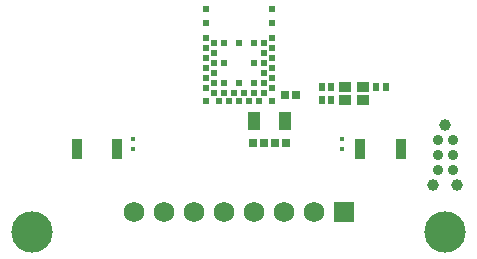
<source format=gts>
G04*
G04 #@! TF.GenerationSoftware,Altium Limited,Altium Designer,21.6.4 (81)*
G04*
G04 Layer_Color=8388736*
%FSLAX44Y44*%
%MOMM*%
G71*
G04*
G04 #@! TF.SameCoordinates,6379334F-7AA2-413A-8348-2233F6679C20*
G04*
G04*
G04 #@! TF.FilePolarity,Negative*
G04*
G01*
G75*
%ADD22C,0.8900*%
%ADD23R,0.7200X0.7200*%
%ADD24R,0.4500X0.4600*%
%ADD25R,0.6200X0.6500*%
%ADD26R,0.9000X1.8000*%
%ADD27R,0.5000X0.5000*%
%ADD28R,1.1000X1.6500*%
%ADD29R,1.1000X0.9000*%
%ADD30C,1.0000*%
%ADD31C,3.5000*%
%ADD32C,1.7500*%
%ADD33R,1.7500X1.7500*%
D22*
X381250Y77250D02*
D03*
X368550D02*
D03*
X381250Y89950D02*
D03*
X368550D02*
D03*
X381250Y102650D02*
D03*
X368550D02*
D03*
D23*
X248500Y141000D02*
D03*
X239500D02*
D03*
X221000Y100250D02*
D03*
X212000D02*
D03*
X230750D02*
D03*
X239750D02*
D03*
D24*
X287250Y95500D02*
D03*
Y103900D02*
D03*
X110500Y103950D02*
D03*
Y95550D02*
D03*
D25*
X270500Y148000D02*
D03*
X278500D02*
D03*
Y137000D02*
D03*
X270500D02*
D03*
X316500Y148000D02*
D03*
X324500D02*
D03*
D26*
X337000Y95500D02*
D03*
X303000D02*
D03*
X97000D02*
D03*
X63000D02*
D03*
D27*
X212750Y151250D02*
D03*
X187250D02*
D03*
Y185250D02*
D03*
X227750Y201750D02*
D03*
X221250Y185250D02*
D03*
Y176750D02*
D03*
Y168250D02*
D03*
X212750D02*
D03*
X200000Y151250D02*
D03*
X187250Y168250D02*
D03*
X227750Y214000D02*
D03*
Y189500D02*
D03*
Y181000D02*
D03*
Y172500D02*
D03*
Y164000D02*
D03*
X221250Y151250D02*
D03*
X227750Y136250D02*
D03*
X217000D02*
D03*
X208500D02*
D03*
X200000D02*
D03*
X191500D02*
D03*
X221250Y159750D02*
D03*
X227750Y155500D02*
D03*
Y147000D02*
D03*
X221250Y142750D02*
D03*
X212750D02*
D03*
X204250D02*
D03*
X195750D02*
D03*
X187250D02*
D03*
X183000Y136250D02*
D03*
X172250Y214000D02*
D03*
Y201750D02*
D03*
Y189500D02*
D03*
Y181000D02*
D03*
Y172500D02*
D03*
Y164000D02*
D03*
Y155500D02*
D03*
Y147000D02*
D03*
Y136250D02*
D03*
X178750Y185250D02*
D03*
Y176750D02*
D03*
Y168250D02*
D03*
Y159750D02*
D03*
Y151250D02*
D03*
Y142750D02*
D03*
X212750Y185250D02*
D03*
X200000D02*
D03*
D28*
X238750Y118750D02*
D03*
X212750D02*
D03*
D29*
X305000Y137000D02*
D03*
X290000D02*
D03*
Y148000D02*
D03*
X305000D02*
D03*
D30*
X364740Y64550D02*
D03*
X385060D02*
D03*
X374900Y115350D02*
D03*
D31*
X375000Y25000D02*
D03*
X25000D02*
D03*
D32*
X111100Y41700D02*
D03*
X136500D02*
D03*
X238100D02*
D03*
X263500D02*
D03*
X212700D02*
D03*
X187300D02*
D03*
X161900D02*
D03*
D33*
X288900D02*
D03*
M02*

</source>
